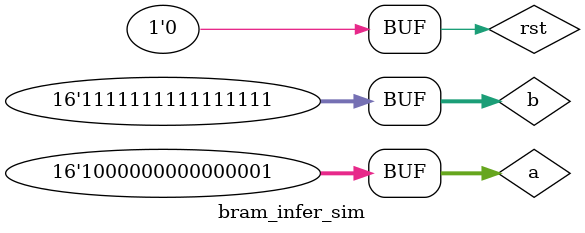
<source format=v>
`timescale 1ns / 1ps

module bram_infer_sim;

	// Inputs
	reg rst;
	reg [15:0] a;
	reg [15:0] b;
	
	// Outputs
	wire [15:0] c;
	
	bram_infer uut (
		.a(a),
		.b(b),
		.c(c)
	);

	initial begin
		// Initialize Inputs
		rst = 0;
		a = 0;
		b = 0;

		#1
		rst = 1;
		#120
		rst = 0;
		#2
		a = 3;
		b = -2;
		#2
		if(c != 1) $display("failed1");
		#2
        a = 3;
        b = 13;
        #2
        if(c != 16) $display("failed2");
        #2
        a = -30;
        b = -123;
        #2
        if(c != -153) $display("failed3");
        #2
        a = 32000;
        b = 1000;
        #2
        if(c != 32767) $display("failed4");
        #2
        a = -2000;
        b = -32500;
        #2
        if(c != -32768) $display("failed5");
        #2
        a = -32767;
        b = -1;
        #2
        if(c != -32768) $display("failed6");

	end
      
endmodule


</source>
